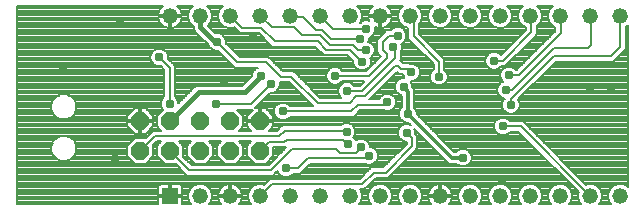
<source format=gbl>
G75*
G70*
%OFA0B0*%
%FSLAX24Y24*%
%IPPOS*%
%LPD*%
%AMOC8*
5,1,8,0,0,1.08239X$1,22.5*
%
%ADD10R,0.0520X0.0520*%
%ADD11C,0.0520*%
%ADD12OC8,0.0600*%
%ADD13C,0.0160*%
%ADD14C,0.0310*%
%ADD15C,0.0080*%
%ADD16C,0.0120*%
D10*
X006014Y001397D03*
D11*
X007014Y001397D03*
X008014Y001397D03*
X009014Y001397D03*
X010014Y001397D03*
X011014Y001397D03*
X012014Y001397D03*
X013014Y001397D03*
X014014Y001397D03*
X015014Y001397D03*
X016014Y001397D03*
X017014Y001397D03*
X018014Y001397D03*
X019014Y001397D03*
X020014Y001397D03*
X021014Y001397D03*
X021014Y007397D03*
X020014Y007397D03*
X019014Y007397D03*
X018014Y007397D03*
X017014Y007397D03*
X016014Y007397D03*
X015014Y007397D03*
X014014Y007397D03*
X013014Y007397D03*
X012014Y007397D03*
X011014Y007397D03*
X010014Y007397D03*
X009014Y007397D03*
X008014Y007397D03*
X007014Y007397D03*
X006014Y007397D03*
D12*
X006014Y003897D03*
X005014Y003897D03*
X007014Y003897D03*
X008014Y003897D03*
X009014Y003897D03*
X009014Y002897D03*
X008014Y002897D03*
X007014Y002897D03*
X006014Y002897D03*
X005014Y002897D03*
D13*
X006014Y003897D02*
X006974Y004857D01*
X008494Y004857D01*
X009034Y005397D01*
X007574Y006537D02*
X007494Y006537D01*
X007014Y007017D01*
X007014Y007397D01*
D14*
X008774Y006677D03*
X007574Y006537D03*
X005654Y006017D03*
X007814Y005237D03*
X009034Y005397D03*
X009374Y005117D03*
X007534Y004457D03*
X005994Y004477D03*
X002454Y005677D03*
X004334Y007237D03*
X011514Y005397D03*
X011914Y004897D03*
X013254Y004517D03*
X013934Y004137D03*
X013894Y003497D03*
X012374Y003017D03*
X011934Y003117D03*
X012654Y002737D03*
X011894Y003537D03*
X009774Y004217D03*
X009654Y002917D03*
X009874Y002317D03*
X004174Y002617D03*
X012414Y005877D03*
X012534Y006257D03*
X012334Y006637D03*
X012554Y006957D03*
X013594Y006737D03*
X013434Y006357D03*
X014054Y005517D03*
X014974Y005377D03*
X013794Y005037D03*
X016814Y005897D03*
X017314Y005417D03*
X017214Y004937D03*
X017374Y004437D03*
X017094Y003717D03*
X015774Y002677D03*
X017074Y001977D03*
X020014Y004997D03*
X020714Y004997D03*
D15*
X000894Y007727D02*
X000894Y001137D01*
X005614Y001137D01*
X005614Y001357D01*
X005974Y001357D01*
X005974Y001437D01*
X005974Y001797D01*
X005696Y001797D01*
X005614Y001715D01*
X005614Y001437D01*
X005974Y001437D01*
X006054Y001437D01*
X006054Y001797D01*
X006332Y001797D01*
X006414Y001715D01*
X006414Y001437D01*
X006054Y001437D01*
X006054Y001357D01*
X006414Y001357D01*
X006414Y001137D01*
X006708Y001137D01*
X006675Y001170D01*
X006614Y001317D01*
X006614Y001477D01*
X006675Y001624D01*
X006787Y001736D01*
X006934Y001797D01*
X007094Y001797D01*
X007241Y001736D01*
X007353Y001624D01*
X007414Y001477D01*
X007414Y001317D01*
X007353Y001170D01*
X007320Y001137D01*
X007708Y001137D01*
X007675Y001170D01*
X007614Y001317D01*
X007614Y001357D01*
X007974Y001357D01*
X007974Y001437D01*
X007974Y001797D01*
X007934Y001797D01*
X007787Y001736D01*
X007675Y001624D01*
X007614Y001477D01*
X007614Y001437D01*
X007974Y001437D01*
X008054Y001437D01*
X008054Y001797D01*
X008094Y001797D01*
X008241Y001736D01*
X008353Y001624D01*
X008414Y001477D01*
X008414Y001437D01*
X008054Y001437D01*
X008054Y001357D01*
X008414Y001357D01*
X008414Y001317D01*
X008353Y001170D01*
X008320Y001137D01*
X008708Y001137D01*
X008675Y001170D01*
X008614Y001317D01*
X008614Y001477D01*
X008675Y001624D01*
X008787Y001736D01*
X008934Y001797D01*
X009094Y001797D01*
X009140Y001778D01*
X009339Y001977D01*
X009489Y001977D01*
X012339Y001977D01*
X012719Y002357D01*
X012869Y002357D01*
X013119Y002357D01*
X013894Y003132D01*
X013894Y003202D01*
X013835Y003202D01*
X013727Y003247D01*
X013644Y003330D01*
X013599Y003438D01*
X013599Y003556D01*
X013644Y003664D01*
X013727Y003747D01*
X013835Y003792D01*
X013953Y003792D01*
X014027Y003761D01*
X013946Y003842D01*
X013875Y003842D01*
X013767Y003887D01*
X013684Y003970D01*
X013639Y004078D01*
X013639Y004196D01*
X012287Y004196D01*
X012349Y004257D02*
X012129Y004037D01*
X011979Y004037D01*
X010011Y004037D01*
X009941Y003967D01*
X009833Y003922D01*
X009715Y003922D01*
X009607Y003967D01*
X009524Y004050D01*
X009479Y004158D01*
X009479Y004276D01*
X009524Y004384D01*
X009607Y004467D01*
X009715Y004512D01*
X009833Y004512D01*
X009941Y004467D01*
X010011Y004397D01*
X010780Y004397D01*
X009979Y005197D01*
X009769Y005197D01*
X009660Y005197D01*
X009669Y005176D01*
X009669Y005058D01*
X009624Y004950D01*
X009541Y004867D01*
X009433Y004822D01*
X009334Y004822D01*
X008848Y004337D01*
X008974Y004337D01*
X008974Y003937D01*
X009054Y003937D01*
X009054Y004337D01*
X009196Y004337D01*
X009454Y004079D01*
X009454Y003937D01*
X009054Y003937D01*
X009054Y003857D01*
X009454Y003857D01*
X009454Y003715D01*
X009316Y003577D01*
X009579Y003577D01*
X009654Y003652D01*
X009759Y003757D01*
X011697Y003757D01*
X011727Y003787D01*
X011835Y003832D01*
X011953Y003832D01*
X012061Y003787D01*
X012144Y003704D01*
X012189Y003596D01*
X012189Y003478D01*
X012144Y003370D01*
X012121Y003347D01*
X012184Y003284D01*
X012196Y003256D01*
X012207Y003267D01*
X012315Y003312D01*
X012433Y003312D01*
X012541Y003267D01*
X012624Y003184D01*
X012669Y003076D01*
X012669Y003032D01*
X012713Y003032D01*
X012821Y002987D01*
X012904Y002904D01*
X012949Y002796D01*
X012949Y002678D01*
X012904Y002570D01*
X012821Y002487D01*
X012713Y002442D01*
X012595Y002442D01*
X012511Y002477D01*
X012499Y002477D01*
X010689Y002477D01*
X010349Y002137D01*
X010199Y002137D01*
X010111Y002137D01*
X010041Y002067D01*
X009933Y002022D01*
X009815Y002022D01*
X009707Y002067D01*
X009624Y002150D01*
X009594Y002222D01*
X009554Y002182D01*
X009449Y002077D01*
X006729Y002077D01*
X006579Y002077D01*
X006198Y002459D01*
X006196Y002457D01*
X005832Y002457D01*
X005574Y002715D01*
X005574Y003079D01*
X005712Y003217D01*
X005589Y003217D01*
X005452Y003081D01*
X005454Y003079D01*
X005454Y002715D01*
X005196Y002457D01*
X004832Y002457D01*
X004574Y002715D01*
X004574Y003079D01*
X004832Y003337D01*
X005196Y003337D01*
X005198Y003335D01*
X005439Y003577D01*
X005589Y003577D01*
X005712Y003577D01*
X005574Y003715D01*
X005574Y004079D01*
X005774Y004280D01*
X005744Y004310D01*
X005699Y004418D01*
X005699Y004536D01*
X005744Y004644D01*
X005814Y004714D01*
X005814Y005602D01*
X005694Y005722D01*
X005595Y005722D01*
X005487Y005767D01*
X005404Y005850D01*
X005359Y005958D01*
X005359Y006076D01*
X005404Y006184D01*
X005487Y006267D01*
X005595Y006312D01*
X005713Y006312D01*
X005821Y006267D01*
X005904Y006184D01*
X005949Y006076D01*
X005949Y005977D01*
X006174Y005752D01*
X006174Y005602D01*
X006174Y004714D01*
X006244Y004644D01*
X006289Y004536D01*
X006289Y004483D01*
X006754Y004948D01*
X006883Y005077D01*
X008403Y005077D01*
X008739Y005413D01*
X008739Y005456D01*
X008784Y005564D01*
X008867Y005647D01*
X008939Y005677D01*
X008329Y005677D01*
X008179Y005677D01*
X007614Y006242D01*
X007515Y006242D01*
X007407Y006287D01*
X007324Y006370D01*
X007306Y006414D01*
X006923Y006797D01*
X006794Y006926D01*
X006794Y007055D01*
X006787Y007058D01*
X006675Y007170D01*
X006614Y007317D01*
X006614Y007477D01*
X006675Y007624D01*
X006778Y007727D01*
X006250Y007727D01*
X006353Y007624D01*
X006414Y007477D01*
X006414Y007437D01*
X006054Y007437D01*
X006054Y007357D01*
X006414Y007357D01*
X006414Y007317D01*
X006353Y007170D01*
X006241Y007058D01*
X006094Y006997D01*
X006054Y006997D01*
X006054Y007357D01*
X005974Y007357D01*
X005974Y006997D01*
X005934Y006997D01*
X005787Y007058D01*
X005675Y007170D01*
X005614Y007317D01*
X005614Y007357D01*
X005974Y007357D01*
X005974Y007437D01*
X005614Y007437D01*
X005614Y007477D01*
X005675Y007624D01*
X005778Y007727D01*
X000894Y007727D01*
X000894Y007652D02*
X005703Y007652D01*
X005654Y007573D02*
X000894Y007573D01*
X000894Y007495D02*
X005622Y007495D01*
X005614Y007338D02*
X000894Y007338D01*
X000894Y007416D02*
X005974Y007416D01*
X005974Y007338D02*
X006054Y007338D01*
X006054Y007416D02*
X006614Y007416D01*
X006614Y007338D02*
X006414Y007338D01*
X006390Y007259D02*
X006638Y007259D01*
X006671Y007180D02*
X006357Y007180D01*
X006285Y007102D02*
X006743Y007102D01*
X006794Y007023D02*
X006157Y007023D01*
X006054Y007023D02*
X005974Y007023D01*
X005974Y007102D02*
X006054Y007102D01*
X006054Y007180D02*
X005974Y007180D01*
X005974Y007259D02*
X006054Y007259D01*
X005743Y007102D02*
X000894Y007102D01*
X000894Y007180D02*
X005671Y007180D01*
X005638Y007259D02*
X000894Y007259D01*
X000894Y007023D02*
X005871Y007023D01*
X006794Y006945D02*
X000894Y006945D01*
X000894Y006866D02*
X006854Y006866D01*
X006932Y006788D02*
X000894Y006788D01*
X000894Y006709D02*
X007011Y006709D01*
X007089Y006631D02*
X000894Y006631D01*
X000894Y006552D02*
X007168Y006552D01*
X007246Y006474D02*
X000894Y006474D01*
X000894Y006395D02*
X007314Y006395D01*
X007377Y006316D02*
X000894Y006316D01*
X000894Y006238D02*
X005458Y006238D01*
X005394Y006159D02*
X000894Y006159D01*
X000894Y006081D02*
X005361Y006081D01*
X005359Y006002D02*
X000894Y006002D01*
X000894Y005924D02*
X005373Y005924D01*
X005409Y005845D02*
X000894Y005845D01*
X000894Y005767D02*
X005487Y005767D01*
X005728Y005688D02*
X000894Y005688D01*
X000894Y005610D02*
X005807Y005610D01*
X005814Y005531D02*
X000894Y005531D01*
X000894Y005453D02*
X005814Y005453D01*
X005814Y005374D02*
X000894Y005374D01*
X000894Y005295D02*
X005814Y005295D01*
X005814Y005217D02*
X000894Y005217D01*
X000894Y005138D02*
X005814Y005138D01*
X005814Y005060D02*
X000894Y005060D01*
X000894Y004981D02*
X005814Y004981D01*
X005814Y004903D02*
X000894Y004903D01*
X000894Y004824D02*
X005814Y004824D01*
X005814Y004746D02*
X002647Y004746D01*
X002710Y004720D02*
X002557Y004783D01*
X002391Y004783D01*
X002238Y004720D01*
X002120Y004602D01*
X002057Y004449D01*
X002057Y004283D01*
X002120Y004130D01*
X002238Y004012D01*
X002391Y003949D01*
X002557Y003949D01*
X002710Y004012D01*
X002828Y004130D01*
X002891Y004283D01*
X002891Y004449D01*
X002828Y004602D01*
X002710Y004720D01*
X002763Y004667D02*
X005767Y004667D01*
X005721Y004589D02*
X002833Y004589D01*
X002866Y004510D02*
X005699Y004510D01*
X005699Y004431D02*
X002891Y004431D01*
X002891Y004353D02*
X005726Y004353D01*
X005769Y004274D02*
X005259Y004274D01*
X005196Y004337D02*
X005054Y004337D01*
X005054Y003937D01*
X005454Y003937D01*
X005454Y004079D01*
X005196Y004337D01*
X005054Y004274D02*
X004974Y004274D01*
X004974Y004337D02*
X004832Y004337D01*
X004574Y004079D01*
X004574Y003937D01*
X004974Y003937D01*
X004974Y004337D01*
X004769Y004274D02*
X002888Y004274D01*
X002855Y004196D02*
X004691Y004196D01*
X004612Y004117D02*
X002815Y004117D01*
X002737Y004039D02*
X004574Y004039D01*
X004574Y003960D02*
X002584Y003960D01*
X002364Y003960D02*
X000894Y003960D01*
X000894Y003882D02*
X004974Y003882D01*
X004974Y003857D02*
X004574Y003857D01*
X004574Y003715D01*
X004832Y003457D01*
X004974Y003457D01*
X004974Y003857D01*
X005054Y003857D01*
X005054Y003937D01*
X004974Y003937D01*
X004974Y003857D01*
X004974Y003803D02*
X005054Y003803D01*
X005054Y003857D02*
X005054Y003457D01*
X005196Y003457D01*
X005454Y003715D01*
X005454Y003857D01*
X005054Y003857D01*
X005054Y003882D02*
X005574Y003882D01*
X005574Y003960D02*
X005454Y003960D01*
X005454Y004039D02*
X005574Y004039D01*
X005612Y004117D02*
X005416Y004117D01*
X005337Y004196D02*
X005691Y004196D01*
X005054Y004196D02*
X004974Y004196D01*
X004974Y004117D02*
X005054Y004117D01*
X005054Y004039D02*
X004974Y004039D01*
X004974Y003960D02*
X005054Y003960D01*
X005454Y003803D02*
X005574Y003803D01*
X005574Y003725D02*
X005454Y003725D01*
X005385Y003646D02*
X005643Y003646D01*
X005430Y003567D02*
X005307Y003567D01*
X005351Y003489D02*
X005228Y003489D01*
X005273Y003410D02*
X000894Y003410D01*
X000894Y003332D02*
X002228Y003332D01*
X002238Y003342D02*
X002120Y003224D01*
X002057Y003071D01*
X002057Y002905D01*
X002120Y002752D01*
X002238Y002634D01*
X002391Y002571D01*
X002557Y002571D01*
X002710Y002634D01*
X002828Y002752D01*
X002891Y002905D01*
X002891Y003071D01*
X002828Y003224D01*
X002710Y003342D01*
X002557Y003405D01*
X002391Y003405D01*
X002238Y003342D01*
X002149Y003253D02*
X000894Y003253D01*
X000894Y003175D02*
X002100Y003175D01*
X002067Y003096D02*
X000894Y003096D01*
X000894Y003018D02*
X002057Y003018D01*
X002057Y002939D02*
X000894Y002939D01*
X000894Y002861D02*
X002075Y002861D01*
X002108Y002782D02*
X000894Y002782D01*
X000894Y002704D02*
X002169Y002704D01*
X002260Y002625D02*
X000894Y002625D01*
X000894Y002546D02*
X004742Y002546D01*
X004821Y002468D02*
X000894Y002468D01*
X000894Y002389D02*
X006267Y002389D01*
X006346Y002311D02*
X000894Y002311D01*
X000894Y002232D02*
X006424Y002232D01*
X006503Y002154D02*
X000894Y002154D01*
X000894Y002075D02*
X009699Y002075D01*
X009622Y002154D02*
X009525Y002154D01*
X009374Y002257D02*
X006654Y002257D01*
X006014Y002897D01*
X006316Y003217D02*
X006454Y003079D01*
X006454Y002715D01*
X006452Y002713D01*
X006729Y002437D01*
X009299Y002437D01*
X009880Y003017D01*
X009739Y003017D01*
X009454Y003017D01*
X009454Y002715D01*
X009196Y002457D01*
X008832Y002457D01*
X008574Y002715D01*
X008574Y003079D01*
X008712Y003217D01*
X008316Y003217D01*
X008454Y003079D01*
X008454Y002715D01*
X008196Y002457D01*
X007832Y002457D01*
X007574Y002715D01*
X007574Y003079D01*
X007712Y003217D01*
X007316Y003217D01*
X007454Y003079D01*
X007454Y002715D01*
X007196Y002457D01*
X006832Y002457D01*
X006574Y002715D01*
X006574Y003079D01*
X006712Y003217D01*
X006316Y003217D01*
X006358Y003175D02*
X006670Y003175D01*
X006591Y003096D02*
X006437Y003096D01*
X006454Y003018D02*
X006574Y003018D01*
X006574Y002939D02*
X006454Y002939D01*
X006454Y002861D02*
X006574Y002861D01*
X006574Y002782D02*
X006454Y002782D01*
X006462Y002704D02*
X006585Y002704D01*
X006541Y002625D02*
X006664Y002625D01*
X006619Y002546D02*
X006742Y002546D01*
X006698Y002468D02*
X006821Y002468D01*
X007207Y002468D02*
X007821Y002468D01*
X007742Y002546D02*
X007286Y002546D01*
X007364Y002625D02*
X007664Y002625D01*
X007585Y002704D02*
X007443Y002704D01*
X007454Y002782D02*
X007574Y002782D01*
X007574Y002861D02*
X007454Y002861D01*
X007454Y002939D02*
X007574Y002939D01*
X007574Y003018D02*
X007454Y003018D01*
X007437Y003096D02*
X007591Y003096D01*
X007670Y003175D02*
X007358Y003175D01*
X008358Y003175D02*
X008670Y003175D01*
X008591Y003096D02*
X008437Y003096D01*
X008454Y003018D02*
X008574Y003018D01*
X008574Y002939D02*
X008454Y002939D01*
X008454Y002861D02*
X008574Y002861D01*
X008574Y002782D02*
X008454Y002782D01*
X008443Y002704D02*
X008585Y002704D01*
X008664Y002625D02*
X008364Y002625D01*
X008286Y002546D02*
X008742Y002546D01*
X008821Y002468D02*
X008207Y002468D01*
X009014Y002897D02*
X009314Y003197D01*
X009814Y003197D01*
X009894Y003277D01*
X011774Y003277D01*
X011934Y003117D01*
X011674Y002837D02*
X011554Y002957D01*
X010074Y002957D01*
X009374Y002257D01*
X009874Y002317D02*
X010274Y002317D01*
X010614Y002657D01*
X012574Y002657D01*
X012654Y002737D01*
X012927Y002625D02*
X013387Y002625D01*
X013309Y002546D02*
X012881Y002546D01*
X012775Y002468D02*
X013230Y002468D01*
X013152Y002389D02*
X010601Y002389D01*
X010522Y002311D02*
X012673Y002311D01*
X012595Y002232D02*
X010444Y002232D01*
X010365Y002154D02*
X012516Y002154D01*
X012438Y002075D02*
X010049Y002075D01*
X009414Y001797D02*
X009014Y001397D01*
X008634Y001525D02*
X008394Y001525D01*
X008414Y001447D02*
X008614Y001447D01*
X008614Y001368D02*
X008054Y001368D01*
X008054Y001447D02*
X007974Y001447D01*
X007974Y001525D02*
X008054Y001525D01*
X008054Y001604D02*
X007974Y001604D01*
X007974Y001682D02*
X008054Y001682D01*
X008054Y001761D02*
X007974Y001761D01*
X007848Y001761D02*
X007180Y001761D01*
X007294Y001682D02*
X007734Y001682D01*
X007667Y001604D02*
X007361Y001604D01*
X007394Y001525D02*
X007634Y001525D01*
X007614Y001447D02*
X007414Y001447D01*
X007414Y001368D02*
X007974Y001368D01*
X007625Y001290D02*
X007402Y001290D01*
X007370Y001211D02*
X007658Y001211D01*
X008370Y001211D02*
X008658Y001211D01*
X008625Y001290D02*
X008402Y001290D01*
X008361Y001604D02*
X008667Y001604D01*
X008734Y001682D02*
X008294Y001682D01*
X008180Y001761D02*
X008848Y001761D01*
X009202Y001840D02*
X000894Y001840D01*
X000894Y001918D02*
X009281Y001918D01*
X009414Y001797D02*
X012414Y001797D01*
X012794Y002177D01*
X013194Y002177D01*
X014074Y003057D01*
X014074Y003317D01*
X013894Y003497D01*
X014189Y003489D02*
X014299Y003489D01*
X014235Y003410D02*
X014378Y003410D01*
X014456Y003332D02*
X014254Y003332D01*
X014254Y003392D02*
X014189Y003457D01*
X014189Y003556D01*
X014158Y003630D01*
X015311Y002477D01*
X015477Y002477D01*
X015557Y002477D01*
X015607Y002427D01*
X015715Y002382D01*
X015833Y002382D01*
X015941Y002427D01*
X016024Y002510D01*
X016069Y002618D01*
X016069Y002736D01*
X016024Y002844D01*
X015941Y002927D01*
X015833Y002972D01*
X015715Y002972D01*
X015607Y002927D01*
X015557Y002877D01*
X015477Y002877D01*
X014229Y004125D01*
X014229Y004196D01*
X017198Y004196D01*
X017207Y004187D02*
X017315Y004142D01*
X017433Y004142D01*
X017541Y004187D01*
X017624Y004270D01*
X017669Y004378D01*
X017669Y004496D01*
X017624Y004604D01*
X017610Y004618D01*
X018869Y005877D01*
X020639Y005877D01*
X020789Y005877D01*
X021089Y006177D01*
X021194Y006282D01*
X021194Y007039D01*
X021241Y007058D01*
X021266Y007084D01*
X021266Y001710D01*
X021241Y001736D01*
X021094Y001797D01*
X020934Y001797D01*
X020787Y001736D01*
X020675Y001624D01*
X020614Y001477D01*
X020614Y001317D01*
X020675Y001170D01*
X020708Y001137D01*
X020320Y001137D01*
X020353Y001170D01*
X020414Y001317D01*
X020414Y001477D01*
X020353Y001624D01*
X020241Y001736D01*
X020094Y001797D01*
X019934Y001797D01*
X019888Y001778D01*
X017769Y003897D01*
X017619Y003897D01*
X017331Y003897D01*
X017261Y003967D01*
X017153Y004012D01*
X017035Y004012D01*
X016927Y003967D01*
X016844Y003884D01*
X016799Y003776D01*
X016799Y003658D01*
X016844Y003550D01*
X016927Y003467D01*
X017035Y003422D01*
X017153Y003422D01*
X017261Y003467D01*
X017331Y003537D01*
X017619Y003537D01*
X019633Y001523D01*
X019614Y001477D01*
X019614Y001317D01*
X019675Y001170D01*
X019708Y001137D01*
X019320Y001137D01*
X019353Y001170D01*
X019414Y001317D01*
X019414Y001477D01*
X019353Y001624D01*
X019241Y001736D01*
X019094Y001797D01*
X018934Y001797D01*
X018787Y001736D01*
X018675Y001624D01*
X018614Y001477D01*
X018614Y001317D01*
X018675Y001170D01*
X018708Y001137D01*
X018320Y001137D01*
X018353Y001170D01*
X018414Y001317D01*
X018414Y001477D01*
X018353Y001624D01*
X018241Y001736D01*
X018094Y001797D01*
X017934Y001797D01*
X017787Y001736D01*
X017675Y001624D01*
X017614Y001477D01*
X017614Y001317D01*
X017675Y001170D01*
X017708Y001137D01*
X017320Y001137D01*
X017353Y001170D01*
X017414Y001317D01*
X017414Y001477D01*
X017353Y001624D01*
X017241Y001736D01*
X017094Y001797D01*
X016934Y001797D01*
X016787Y001736D01*
X016675Y001624D01*
X016614Y001477D01*
X016614Y001317D01*
X016675Y001170D01*
X016708Y001137D01*
X016320Y001137D01*
X016353Y001170D01*
X016414Y001317D01*
X016414Y001477D01*
X016353Y001624D01*
X016241Y001736D01*
X016094Y001797D01*
X015934Y001797D01*
X015787Y001736D01*
X015675Y001624D01*
X015614Y001477D01*
X015614Y001317D01*
X015675Y001170D01*
X015708Y001137D01*
X015320Y001137D01*
X015353Y001170D01*
X015414Y001317D01*
X015414Y001357D01*
X015054Y001357D01*
X015054Y001437D01*
X014974Y001437D01*
X014974Y001797D01*
X014934Y001797D01*
X014787Y001736D01*
X014675Y001624D01*
X014614Y001477D01*
X014614Y001437D01*
X014974Y001437D01*
X014974Y001357D01*
X014614Y001357D01*
X014614Y001317D01*
X014675Y001170D01*
X014708Y001137D01*
X014320Y001137D01*
X014353Y001170D01*
X014414Y001317D01*
X014414Y001477D01*
X014353Y001624D01*
X014241Y001736D01*
X014094Y001797D01*
X013934Y001797D01*
X013787Y001736D01*
X013675Y001624D01*
X013614Y001477D01*
X013614Y001317D01*
X013675Y001170D01*
X013708Y001137D01*
X013320Y001137D01*
X013353Y001170D01*
X013414Y001317D01*
X013414Y001477D01*
X013353Y001624D01*
X013241Y001736D01*
X013094Y001797D01*
X012934Y001797D01*
X012787Y001736D01*
X012675Y001624D01*
X012614Y001477D01*
X012614Y001317D01*
X012675Y001170D01*
X012708Y001137D01*
X012320Y001137D01*
X012353Y001170D01*
X012414Y001317D01*
X012414Y001477D01*
X012356Y001617D01*
X012489Y001617D01*
X012594Y001722D01*
X012869Y001997D01*
X013119Y001997D01*
X013269Y001997D01*
X014149Y002877D01*
X014254Y002982D01*
X014254Y003242D01*
X014254Y003392D01*
X014254Y003253D02*
X014535Y003253D01*
X014613Y003175D02*
X014254Y003175D01*
X014254Y003096D02*
X014692Y003096D01*
X014770Y003018D02*
X014254Y003018D01*
X014211Y002939D02*
X014849Y002939D01*
X014928Y002861D02*
X014132Y002861D01*
X014054Y002782D02*
X015006Y002782D01*
X015085Y002704D02*
X013975Y002704D01*
X013896Y002625D02*
X015163Y002625D01*
X015242Y002546D02*
X013818Y002546D01*
X013739Y002468D02*
X015566Y002468D01*
X015698Y002389D02*
X013661Y002389D01*
X013582Y002311D02*
X018846Y002311D01*
X018924Y002232D02*
X013504Y002232D01*
X013425Y002154D02*
X019003Y002154D01*
X019081Y002075D02*
X013347Y002075D01*
X012868Y001997D02*
X019160Y001997D01*
X019238Y001918D02*
X012790Y001918D01*
X012711Y001840D02*
X019317Y001840D01*
X019395Y001761D02*
X019180Y001761D01*
X019294Y001682D02*
X019474Y001682D01*
X019553Y001604D02*
X019361Y001604D01*
X019394Y001525D02*
X019631Y001525D01*
X019614Y001447D02*
X019414Y001447D01*
X019414Y001368D02*
X019614Y001368D01*
X019625Y001290D02*
X019402Y001290D01*
X019370Y001211D02*
X019658Y001211D01*
X020014Y001397D02*
X017694Y003717D01*
X017094Y003717D01*
X016799Y003725D02*
X014629Y003725D01*
X014551Y003803D02*
X016810Y003803D01*
X016843Y003882D02*
X014472Y003882D01*
X014394Y003960D02*
X016920Y003960D01*
X017268Y003960D02*
X021266Y003960D01*
X021266Y003882D02*
X017784Y003882D01*
X017862Y003803D02*
X021266Y003803D01*
X021266Y003725D02*
X017941Y003725D01*
X018019Y003646D02*
X021266Y003646D01*
X021266Y003567D02*
X018098Y003567D01*
X018177Y003489D02*
X021266Y003489D01*
X021266Y003410D02*
X018255Y003410D01*
X018334Y003332D02*
X021266Y003332D01*
X021266Y003253D02*
X018412Y003253D01*
X018491Y003175D02*
X021266Y003175D01*
X021266Y003096D02*
X018569Y003096D01*
X018648Y003018D02*
X021266Y003018D01*
X021266Y002939D02*
X018726Y002939D01*
X018805Y002861D02*
X021266Y002861D01*
X021266Y002782D02*
X018883Y002782D01*
X018962Y002704D02*
X021266Y002704D01*
X021266Y002625D02*
X019041Y002625D01*
X019119Y002546D02*
X021266Y002546D01*
X021266Y002468D02*
X019198Y002468D01*
X019276Y002389D02*
X021266Y002389D01*
X021266Y002311D02*
X019355Y002311D01*
X019433Y002232D02*
X021266Y002232D01*
X021266Y002154D02*
X019512Y002154D01*
X019590Y002075D02*
X021266Y002075D01*
X021266Y001997D02*
X019669Y001997D01*
X019747Y001918D02*
X021266Y001918D01*
X021266Y001840D02*
X019826Y001840D01*
X020180Y001761D02*
X020848Y001761D01*
X020734Y001682D02*
X020294Y001682D01*
X020361Y001604D02*
X020667Y001604D01*
X020634Y001525D02*
X020394Y001525D01*
X020414Y001447D02*
X020614Y001447D01*
X020614Y001368D02*
X020414Y001368D01*
X020402Y001290D02*
X020625Y001290D01*
X020658Y001211D02*
X020370Y001211D01*
X021180Y001761D02*
X021266Y001761D01*
X018848Y001761D02*
X018180Y001761D01*
X018294Y001682D02*
X018734Y001682D01*
X018667Y001604D02*
X018361Y001604D01*
X018394Y001525D02*
X018634Y001525D01*
X018614Y001447D02*
X018414Y001447D01*
X018414Y001368D02*
X018614Y001368D01*
X018625Y001290D02*
X018402Y001290D01*
X018370Y001211D02*
X018658Y001211D01*
X017658Y001211D02*
X017370Y001211D01*
X017402Y001290D02*
X017625Y001290D01*
X017614Y001368D02*
X017414Y001368D01*
X017414Y001447D02*
X017614Y001447D01*
X017634Y001525D02*
X017394Y001525D01*
X017361Y001604D02*
X017667Y001604D01*
X017734Y001682D02*
X017294Y001682D01*
X017180Y001761D02*
X017848Y001761D01*
X016848Y001761D02*
X016180Y001761D01*
X016294Y001682D02*
X016734Y001682D01*
X016667Y001604D02*
X016361Y001604D01*
X016394Y001525D02*
X016634Y001525D01*
X016614Y001447D02*
X016414Y001447D01*
X016414Y001368D02*
X016614Y001368D01*
X016625Y001290D02*
X016402Y001290D01*
X016370Y001211D02*
X016658Y001211D01*
X015658Y001211D02*
X015370Y001211D01*
X015402Y001290D02*
X015625Y001290D01*
X015614Y001368D02*
X015054Y001368D01*
X015054Y001437D02*
X015414Y001437D01*
X015414Y001477D01*
X015353Y001624D01*
X015241Y001736D01*
X015094Y001797D01*
X015054Y001797D01*
X015054Y001437D01*
X015054Y001447D02*
X014974Y001447D01*
X014974Y001525D02*
X015054Y001525D01*
X015054Y001604D02*
X014974Y001604D01*
X014974Y001682D02*
X015054Y001682D01*
X015054Y001761D02*
X014974Y001761D01*
X014848Y001761D02*
X014180Y001761D01*
X014294Y001682D02*
X014734Y001682D01*
X014667Y001604D02*
X014361Y001604D01*
X014394Y001525D02*
X014634Y001525D01*
X014614Y001447D02*
X014414Y001447D01*
X014414Y001368D02*
X014974Y001368D01*
X014658Y001211D02*
X014370Y001211D01*
X014402Y001290D02*
X014625Y001290D01*
X015361Y001604D02*
X015667Y001604D01*
X015634Y001525D02*
X015394Y001525D01*
X015414Y001447D02*
X015614Y001447D01*
X015734Y001682D02*
X015294Y001682D01*
X015180Y001761D02*
X015848Y001761D01*
X015850Y002389D02*
X018767Y002389D01*
X018689Y002468D02*
X015982Y002468D01*
X016039Y002546D02*
X018610Y002546D01*
X018531Y002625D02*
X016069Y002625D01*
X016069Y002704D02*
X018453Y002704D01*
X018374Y002782D02*
X016050Y002782D01*
X016008Y002861D02*
X018296Y002861D01*
X018217Y002939D02*
X015912Y002939D01*
X015636Y002939D02*
X015415Y002939D01*
X015336Y003018D02*
X018139Y003018D01*
X018060Y003096D02*
X015258Y003096D01*
X015179Y003175D02*
X017982Y003175D01*
X017903Y003253D02*
X015101Y003253D01*
X015022Y003332D02*
X017825Y003332D01*
X017746Y003410D02*
X014943Y003410D01*
X014865Y003489D02*
X016905Y003489D01*
X016837Y003567D02*
X014786Y003567D01*
X014708Y003646D02*
X016804Y003646D01*
X017283Y003489D02*
X017668Y003489D01*
X017550Y004196D02*
X021266Y004196D01*
X021266Y004274D02*
X017626Y004274D01*
X017658Y004353D02*
X021266Y004353D01*
X021266Y004431D02*
X017669Y004431D01*
X017663Y004510D02*
X021266Y004510D01*
X021266Y004589D02*
X017631Y004589D01*
X017659Y004667D02*
X021266Y004667D01*
X021266Y004746D02*
X017737Y004746D01*
X017816Y004824D02*
X021266Y004824D01*
X021266Y004903D02*
X017894Y004903D01*
X017973Y004981D02*
X021266Y004981D01*
X021266Y005060D02*
X018051Y005060D01*
X018130Y005138D02*
X021266Y005138D01*
X021266Y005217D02*
X018208Y005217D01*
X018287Y005295D02*
X021266Y005295D01*
X021266Y005374D02*
X018365Y005374D01*
X018444Y005453D02*
X021266Y005453D01*
X021266Y005531D02*
X018523Y005531D01*
X018601Y005610D02*
X021266Y005610D01*
X021266Y005688D02*
X018680Y005688D01*
X018758Y005767D02*
X021266Y005767D01*
X021266Y005845D02*
X018837Y005845D01*
X018794Y006057D02*
X020714Y006057D01*
X021014Y006357D01*
X021014Y007397D01*
X021194Y007023D02*
X021266Y007023D01*
X021266Y006945D02*
X021194Y006945D01*
X021194Y006866D02*
X021266Y006866D01*
X021266Y006788D02*
X021194Y006788D01*
X021194Y006709D02*
X021266Y006709D01*
X021266Y006631D02*
X021194Y006631D01*
X021194Y006552D02*
X021266Y006552D01*
X021266Y006474D02*
X021194Y006474D01*
X021194Y006395D02*
X021266Y006395D01*
X021266Y006316D02*
X021194Y006316D01*
X021149Y006238D02*
X021266Y006238D01*
X021266Y006159D02*
X021071Y006159D01*
X020992Y006081D02*
X021266Y006081D01*
X021266Y006002D02*
X020914Y006002D01*
X020835Y005924D02*
X021266Y005924D01*
X020034Y006437D02*
X020034Y007377D01*
X020014Y007397D01*
X019034Y007377D02*
X019014Y007397D01*
X019034Y007377D02*
X019034Y006817D01*
X017634Y005417D01*
X017314Y005417D01*
X017103Y005210D02*
X017064Y005250D01*
X017019Y005358D01*
X017019Y005476D01*
X017064Y005584D01*
X017147Y005667D01*
X017255Y005712D01*
X017373Y005712D01*
X017481Y005667D01*
X017551Y005597D01*
X017559Y005597D01*
X018854Y006892D01*
X018854Y007030D01*
X018787Y007058D01*
X018675Y007170D01*
X018614Y007317D01*
X018614Y007477D01*
X018675Y007624D01*
X018778Y007727D01*
X018250Y007727D01*
X018353Y007624D01*
X018414Y007477D01*
X018414Y007317D01*
X018353Y007170D01*
X018241Y007058D01*
X018234Y007055D01*
X018234Y006782D01*
X018129Y006677D01*
X017169Y005717D01*
X017051Y005717D01*
X016981Y005647D01*
X016873Y005602D01*
X016755Y005602D01*
X016647Y005647D01*
X016564Y005730D01*
X016519Y005838D01*
X016519Y005956D01*
X016564Y006064D01*
X016647Y006147D01*
X016755Y006192D01*
X016873Y006192D01*
X016981Y006147D01*
X017035Y006093D01*
X017874Y006932D01*
X017874Y007022D01*
X017787Y007058D01*
X017675Y007170D01*
X017614Y007317D01*
X017614Y007477D01*
X017675Y007624D01*
X017778Y007727D01*
X017250Y007727D01*
X017353Y007624D01*
X017414Y007477D01*
X017414Y007317D01*
X017353Y007170D01*
X017241Y007058D01*
X017094Y006997D01*
X016934Y006997D01*
X016787Y007058D01*
X016675Y007170D01*
X016614Y007317D01*
X016614Y007477D01*
X016675Y007624D01*
X016778Y007727D01*
X016250Y007727D01*
X016353Y007624D01*
X016414Y007477D01*
X016414Y007317D01*
X016353Y007170D01*
X016241Y007058D01*
X016094Y006997D01*
X015934Y006997D01*
X015787Y007058D01*
X015675Y007170D01*
X015614Y007317D01*
X015614Y007477D01*
X015675Y007624D01*
X015778Y007727D01*
X015250Y007727D01*
X015353Y007624D01*
X015414Y007477D01*
X015414Y007317D01*
X015353Y007170D01*
X015241Y007058D01*
X015094Y006997D01*
X014934Y006997D01*
X014787Y007058D01*
X014675Y007170D01*
X014614Y007317D01*
X014614Y007477D01*
X014675Y007624D01*
X014778Y007727D01*
X014250Y007727D01*
X014353Y007624D01*
X014414Y007477D01*
X014414Y007317D01*
X014353Y007170D01*
X014314Y007131D01*
X014314Y006792D01*
X015154Y005952D01*
X015154Y005802D01*
X015154Y005614D01*
X015224Y005544D01*
X015269Y005436D01*
X015269Y005318D01*
X015224Y005210D01*
X015141Y005127D01*
X015033Y005082D01*
X014915Y005082D01*
X014807Y005127D01*
X014724Y005210D01*
X014679Y005318D01*
X014679Y005436D01*
X014724Y005544D01*
X014794Y005614D01*
X014794Y005802D01*
X014059Y006537D01*
X013954Y006642D01*
X013954Y006997D01*
X013934Y006997D01*
X013787Y007058D01*
X013675Y007170D01*
X013614Y007317D01*
X013614Y007477D01*
X013675Y007624D01*
X013778Y007727D01*
X013250Y007727D01*
X013353Y007624D01*
X013414Y007477D01*
X013414Y007437D01*
X013054Y007437D01*
X013054Y007357D01*
X013414Y007357D01*
X013414Y007317D01*
X013353Y007170D01*
X013241Y007058D01*
X013094Y006997D01*
X013054Y006997D01*
X013054Y007357D01*
X012974Y007357D01*
X012974Y006997D01*
X012934Y006997D01*
X012841Y007036D01*
X012849Y007016D01*
X012849Y006898D01*
X012804Y006790D01*
X012721Y006707D01*
X012629Y006669D01*
X012629Y006578D01*
X012614Y006543D01*
X012701Y006507D01*
X012784Y006424D01*
X012829Y006316D01*
X012829Y006198D01*
X012784Y006090D01*
X012701Y006007D01*
X012683Y005999D01*
X012709Y005936D01*
X012709Y005818D01*
X012664Y005710D01*
X012581Y005627D01*
X012473Y005582D01*
X012355Y005582D01*
X012247Y005627D01*
X012164Y005710D01*
X012119Y005818D01*
X012119Y005897D01*
X011919Y006097D01*
X011289Y006097D01*
X011139Y006097D01*
X010859Y006377D01*
X009569Y006377D01*
X009419Y006377D01*
X008979Y006817D01*
X008489Y006817D01*
X008339Y006817D01*
X008140Y007016D01*
X008094Y006997D01*
X007934Y006997D01*
X007787Y007058D01*
X007675Y007170D01*
X007614Y007317D01*
X007614Y007477D01*
X007675Y007624D01*
X007778Y007727D01*
X007250Y007727D01*
X007353Y007624D01*
X007414Y007477D01*
X007414Y007317D01*
X007353Y007170D01*
X007262Y007080D01*
X007512Y006830D01*
X007515Y006832D01*
X007633Y006832D01*
X007741Y006787D01*
X007824Y006704D01*
X007869Y006596D01*
X007869Y006497D01*
X008329Y006037D01*
X009289Y006037D01*
X009394Y005932D01*
X009769Y005557D01*
X010129Y005557D01*
X010234Y005452D01*
X010234Y005451D01*
X011009Y004677D01*
X011717Y004677D01*
X011664Y004730D01*
X011619Y004838D01*
X011619Y004956D01*
X011664Y005064D01*
X011747Y005147D01*
X011855Y005192D01*
X011973Y005192D01*
X012081Y005147D01*
X012151Y005077D01*
X012339Y005077D01*
X012469Y005207D01*
X012480Y005217D01*
X011751Y005217D01*
X012479Y005217D01*
X012401Y005138D02*
X012090Y005138D01*
X011751Y005217D02*
X011681Y005147D01*
X011573Y005102D01*
X011455Y005102D01*
X011347Y005147D01*
X011264Y005230D01*
X011219Y005338D01*
X011219Y005456D01*
X011264Y005564D01*
X011347Y005647D01*
X011455Y005692D01*
X011573Y005692D01*
X011681Y005647D01*
X011751Y005577D01*
X012559Y005577D01*
X013039Y006057D01*
X013019Y006077D01*
X012914Y006182D01*
X012914Y006462D01*
X012914Y006612D01*
X013114Y006812D01*
X013219Y006917D01*
X013357Y006917D01*
X013427Y006987D01*
X013535Y007032D01*
X013653Y007032D01*
X013761Y006987D01*
X013844Y006904D01*
X013889Y006796D01*
X013889Y006678D01*
X013844Y006570D01*
X013761Y006487D01*
X013708Y006465D01*
X013729Y006416D01*
X013729Y006298D01*
X013694Y006214D01*
X013694Y006202D01*
X013694Y005922D01*
X013688Y005917D01*
X013689Y005917D01*
X013789Y005817D01*
X013859Y005817D01*
X014009Y005817D01*
X014014Y005812D01*
X014113Y005812D01*
X014221Y005767D01*
X014304Y005684D01*
X014349Y005576D01*
X014349Y005458D01*
X014304Y005350D01*
X014221Y005267D01*
X014113Y005222D01*
X014026Y005222D01*
X014044Y005204D01*
X014089Y005096D01*
X014089Y005025D01*
X014154Y004960D01*
X014154Y004794D01*
X014154Y004334D01*
X014184Y004304D01*
X014229Y004196D01*
X014237Y004117D02*
X021266Y004117D01*
X021266Y004039D02*
X014315Y004039D01*
X014196Y004274D02*
X017122Y004274D01*
X017124Y004270D02*
X017207Y004187D01*
X017124Y004270D02*
X017079Y004378D01*
X017079Y004496D01*
X017124Y004604D01*
X017162Y004642D01*
X017155Y004642D01*
X017047Y004687D01*
X016964Y004770D01*
X016919Y004878D01*
X016919Y004996D01*
X016964Y005104D01*
X017047Y005187D01*
X017103Y005210D01*
X017097Y005217D02*
X015227Y005217D01*
X015259Y005295D02*
X017045Y005295D01*
X017019Y005374D02*
X015269Y005374D01*
X015262Y005453D02*
X017019Y005453D01*
X017042Y005531D02*
X015229Y005531D01*
X015159Y005610D02*
X016737Y005610D01*
X016606Y005688D02*
X015154Y005688D01*
X015154Y005767D02*
X016549Y005767D01*
X016519Y005845D02*
X015154Y005845D01*
X015154Y005924D02*
X016519Y005924D01*
X016538Y006002D02*
X015103Y006002D01*
X015025Y006081D02*
X016581Y006081D01*
X016677Y006159D02*
X014946Y006159D01*
X014868Y006238D02*
X017180Y006238D01*
X017102Y006159D02*
X016951Y006159D01*
X017259Y006316D02*
X014789Y006316D01*
X014710Y006395D02*
X017338Y006395D01*
X017416Y006474D02*
X014632Y006474D01*
X014553Y006552D02*
X017495Y006552D01*
X017573Y006631D02*
X014475Y006631D01*
X014396Y006709D02*
X017652Y006709D01*
X017730Y006788D02*
X014318Y006788D01*
X014314Y006866D02*
X017809Y006866D01*
X017874Y006945D02*
X014314Y006945D01*
X014314Y007023D02*
X014871Y007023D01*
X014743Y007102D02*
X014314Y007102D01*
X014357Y007180D02*
X014671Y007180D01*
X014638Y007259D02*
X014390Y007259D01*
X014414Y007338D02*
X014614Y007338D01*
X014614Y007416D02*
X014414Y007416D01*
X014406Y007495D02*
X014622Y007495D01*
X014654Y007573D02*
X014374Y007573D01*
X014325Y007652D02*
X014703Y007652D01*
X015325Y007652D02*
X015703Y007652D01*
X015654Y007573D02*
X015374Y007573D01*
X015406Y007495D02*
X015622Y007495D01*
X015614Y007416D02*
X015414Y007416D01*
X015414Y007338D02*
X015614Y007338D01*
X015638Y007259D02*
X015390Y007259D01*
X015357Y007180D02*
X015671Y007180D01*
X015743Y007102D02*
X015285Y007102D01*
X015157Y007023D02*
X015871Y007023D01*
X016157Y007023D02*
X016871Y007023D01*
X016743Y007102D02*
X016285Y007102D01*
X016357Y007180D02*
X016671Y007180D01*
X016638Y007259D02*
X016390Y007259D01*
X016414Y007338D02*
X016614Y007338D01*
X016614Y007416D02*
X016414Y007416D01*
X016406Y007495D02*
X016622Y007495D01*
X016654Y007573D02*
X016374Y007573D01*
X016325Y007652D02*
X016703Y007652D01*
X017325Y007652D02*
X017703Y007652D01*
X017654Y007573D02*
X017374Y007573D01*
X017406Y007495D02*
X017622Y007495D01*
X017614Y007416D02*
X017414Y007416D01*
X017414Y007338D02*
X017614Y007338D01*
X017638Y007259D02*
X017390Y007259D01*
X017357Y007180D02*
X017671Y007180D01*
X017743Y007102D02*
X017285Y007102D01*
X017157Y007023D02*
X017871Y007023D01*
X018054Y006857D02*
X018054Y007357D01*
X018014Y007397D01*
X018406Y007495D02*
X018622Y007495D01*
X018614Y007416D02*
X018414Y007416D01*
X018414Y007338D02*
X018614Y007338D01*
X018638Y007259D02*
X018390Y007259D01*
X018357Y007180D02*
X018671Y007180D01*
X018743Y007102D02*
X018285Y007102D01*
X018234Y007023D02*
X018854Y007023D01*
X018854Y006945D02*
X018234Y006945D01*
X018234Y006866D02*
X018829Y006866D01*
X018750Y006788D02*
X018234Y006788D01*
X018161Y006709D02*
X018672Y006709D01*
X018593Y006631D02*
X018082Y006631D01*
X018004Y006552D02*
X018515Y006552D01*
X018436Y006474D02*
X017925Y006474D01*
X017847Y006395D02*
X018358Y006395D01*
X018279Y006316D02*
X017768Y006316D01*
X017689Y006238D02*
X018200Y006238D01*
X018122Y006159D02*
X017611Y006159D01*
X017532Y006081D02*
X018043Y006081D01*
X017965Y006002D02*
X017454Y006002D01*
X017375Y005924D02*
X017886Y005924D01*
X017808Y005845D02*
X017297Y005845D01*
X017218Y005767D02*
X017729Y005767D01*
X017651Y005688D02*
X017430Y005688D01*
X017539Y005610D02*
X017572Y005610D01*
X017198Y005688D02*
X017022Y005688D01*
X017089Y005610D02*
X016891Y005610D01*
X016814Y005897D02*
X017094Y005897D01*
X018054Y006857D01*
X018794Y006337D02*
X019934Y006337D01*
X020034Y006437D01*
X018794Y006337D02*
X017394Y004937D01*
X017214Y004937D01*
X016941Y004824D02*
X014154Y004824D01*
X014154Y004746D02*
X016988Y004746D01*
X017095Y004667D02*
X014154Y004667D01*
X014154Y004589D02*
X017118Y004589D01*
X017085Y004510D02*
X014154Y004510D01*
X014154Y004431D02*
X017079Y004431D01*
X017090Y004353D02*
X014154Y004353D01*
X013754Y004374D02*
X013684Y004304D01*
X013639Y004196D01*
X013639Y004117D02*
X012209Y004117D01*
X012130Y004039D02*
X013655Y004039D01*
X013694Y003960D02*
X009925Y003960D01*
X009623Y003960D02*
X009454Y003960D01*
X009454Y004039D02*
X009535Y004039D01*
X009496Y004117D02*
X009416Y004117D01*
X009479Y004196D02*
X009337Y004196D01*
X009259Y004274D02*
X009479Y004274D01*
X009511Y004353D02*
X008864Y004353D01*
X008943Y004431D02*
X009571Y004431D01*
X009711Y004510D02*
X009021Y004510D01*
X009100Y004589D02*
X010588Y004589D01*
X010509Y004667D02*
X009179Y004667D01*
X009257Y004746D02*
X010431Y004746D01*
X010352Y004824D02*
X009438Y004824D01*
X009577Y004903D02*
X010274Y004903D01*
X010195Y004981D02*
X009637Y004981D01*
X009669Y005060D02*
X010117Y005060D01*
X010038Y005138D02*
X009669Y005138D01*
X009374Y005117D02*
X008714Y004457D01*
X007534Y004457D01*
X008256Y004277D02*
X008639Y004277D01*
X008772Y004277D01*
X008574Y004079D01*
X008574Y003937D01*
X008974Y003937D01*
X008974Y003857D01*
X008574Y003857D01*
X008574Y003715D01*
X008712Y003577D01*
X008316Y003577D01*
X008454Y003715D01*
X008454Y004079D01*
X008256Y004277D01*
X008259Y004274D02*
X008769Y004274D01*
X008691Y004196D02*
X008337Y004196D01*
X008416Y004117D02*
X008612Y004117D01*
X008574Y004039D02*
X008454Y004039D01*
X008454Y003960D02*
X008574Y003960D01*
X008454Y003882D02*
X008974Y003882D01*
X008974Y003960D02*
X009054Y003960D01*
X009054Y003882D02*
X013780Y003882D01*
X013985Y003803D02*
X012022Y003803D01*
X012124Y003725D02*
X013704Y003725D01*
X013636Y003646D02*
X012168Y003646D01*
X012189Y003567D02*
X013604Y003567D01*
X013599Y003489D02*
X012189Y003489D01*
X012161Y003410D02*
X013611Y003410D01*
X013643Y003332D02*
X012136Y003332D01*
X012555Y003253D02*
X013721Y003253D01*
X013894Y003175D02*
X012628Y003175D01*
X012660Y003096D02*
X013859Y003096D01*
X013780Y003018D02*
X012747Y003018D01*
X012869Y002939D02*
X013702Y002939D01*
X013623Y002861D02*
X012922Y002861D01*
X012949Y002782D02*
X013545Y002782D01*
X013466Y002704D02*
X012949Y002704D01*
X012533Y002468D02*
X010679Y002468D01*
X011674Y002837D02*
X012194Y002837D01*
X012374Y003017D01*
X011894Y003537D02*
X011854Y003577D01*
X009834Y003577D01*
X009654Y003397D01*
X005514Y003397D01*
X005014Y002897D01*
X005454Y002861D02*
X005574Y002861D01*
X005574Y002939D02*
X005454Y002939D01*
X005454Y003018D02*
X005574Y003018D01*
X005591Y003096D02*
X005468Y003096D01*
X005546Y003175D02*
X005670Y003175D01*
X005054Y003489D02*
X004974Y003489D01*
X004974Y003567D02*
X005054Y003567D01*
X005054Y003646D02*
X004974Y003646D01*
X004974Y003725D02*
X005054Y003725D01*
X004721Y003567D02*
X000894Y003567D01*
X000894Y003489D02*
X004800Y003489D01*
X004827Y003332D02*
X002720Y003332D01*
X002799Y003253D02*
X004748Y003253D01*
X004670Y003175D02*
X002848Y003175D01*
X002881Y003096D02*
X004591Y003096D01*
X004574Y003018D02*
X002891Y003018D01*
X002891Y002939D02*
X004574Y002939D01*
X004574Y002861D02*
X002873Y002861D01*
X002840Y002782D02*
X004574Y002782D01*
X004585Y002704D02*
X002779Y002704D01*
X002688Y002625D02*
X004664Y002625D01*
X005207Y002468D02*
X005821Y002468D01*
X005742Y002546D02*
X005286Y002546D01*
X005364Y002625D02*
X005664Y002625D01*
X005585Y002704D02*
X005443Y002704D01*
X005454Y002782D02*
X005574Y002782D01*
X004643Y003646D02*
X000894Y003646D01*
X000894Y003725D02*
X004574Y003725D01*
X004574Y003803D02*
X000894Y003803D01*
X000894Y004039D02*
X002211Y004039D01*
X002133Y004117D02*
X000894Y004117D01*
X000894Y004196D02*
X002093Y004196D01*
X002060Y004274D02*
X000894Y004274D01*
X000894Y004353D02*
X002057Y004353D01*
X002057Y004431D02*
X000894Y004431D01*
X000894Y004510D02*
X002082Y004510D01*
X002115Y004589D02*
X000894Y004589D01*
X000894Y004667D02*
X002185Y004667D01*
X002301Y004746D02*
X000894Y004746D01*
X005654Y006017D02*
X005994Y005677D01*
X005994Y004477D01*
X006267Y004589D02*
X006394Y004589D01*
X006473Y004667D02*
X006221Y004667D01*
X006174Y004746D02*
X006552Y004746D01*
X006630Y004824D02*
X006174Y004824D01*
X006174Y004903D02*
X006709Y004903D01*
X006787Y004981D02*
X006174Y004981D01*
X006174Y005060D02*
X006866Y005060D01*
X006174Y005138D02*
X008464Y005138D01*
X008543Y005217D02*
X006174Y005217D01*
X006174Y005295D02*
X008621Y005295D01*
X008700Y005374D02*
X006174Y005374D01*
X006174Y005453D02*
X008739Y005453D01*
X008770Y005531D02*
X006174Y005531D01*
X006174Y005610D02*
X008829Y005610D01*
X009214Y005857D02*
X008254Y005857D01*
X007574Y006537D01*
X007869Y006552D02*
X009244Y006552D01*
X009166Y006631D02*
X007854Y006631D01*
X007819Y006709D02*
X009087Y006709D01*
X009009Y006788D02*
X007739Y006788D01*
X007476Y006866D02*
X008290Y006866D01*
X008212Y006945D02*
X007397Y006945D01*
X007319Y007023D02*
X007871Y007023D01*
X007743Y007102D02*
X007285Y007102D01*
X007357Y007180D02*
X007671Y007180D01*
X007638Y007259D02*
X007390Y007259D01*
X007414Y007338D02*
X007614Y007338D01*
X007614Y007416D02*
X007414Y007416D01*
X007406Y007495D02*
X007622Y007495D01*
X007654Y007573D02*
X007374Y007573D01*
X007325Y007652D02*
X007703Y007652D01*
X008014Y007397D02*
X008414Y006997D01*
X009054Y006997D01*
X009494Y006557D01*
X010934Y006557D01*
X011214Y006277D01*
X011994Y006277D01*
X012314Y005957D01*
X012414Y005877D01*
X012709Y005845D02*
X012828Y005845D01*
X012749Y005767D02*
X012688Y005767D01*
X012671Y005688D02*
X012642Y005688D01*
X012592Y005610D02*
X012539Y005610D01*
X012289Y005610D02*
X011719Y005610D01*
X011582Y005688D02*
X012186Y005688D01*
X012140Y005767D02*
X009559Y005767D01*
X009480Y005845D02*
X012119Y005845D01*
X012093Y005924D02*
X009402Y005924D01*
X009323Y006002D02*
X012014Y006002D01*
X011936Y006081D02*
X008285Y006081D01*
X008206Y006159D02*
X011077Y006159D01*
X010999Y006238D02*
X008128Y006238D01*
X008049Y006316D02*
X010920Y006316D01*
X011334Y006437D02*
X011014Y006757D01*
X010394Y006757D01*
X010134Y007017D01*
X009394Y007017D01*
X009014Y007397D01*
X010014Y007397D02*
X010034Y007377D01*
X010434Y007377D01*
X010874Y006937D01*
X011074Y006937D01*
X011374Y006637D01*
X012334Y006637D01*
X012629Y006631D02*
X012933Y006631D01*
X012914Y006552D02*
X012618Y006552D01*
X012735Y006474D02*
X012914Y006474D01*
X012914Y006395D02*
X012796Y006395D01*
X012829Y006316D02*
X012914Y006316D01*
X012914Y006238D02*
X012829Y006238D01*
X012813Y006159D02*
X012937Y006159D01*
X013016Y006081D02*
X012775Y006081D01*
X012690Y006002D02*
X012985Y006002D01*
X012906Y005924D02*
X012709Y005924D01*
X013094Y006257D02*
X013234Y006117D01*
X013234Y005997D01*
X012634Y005397D01*
X011514Y005397D01*
X011237Y005295D02*
X010390Y005295D01*
X010469Y005217D02*
X011277Y005217D01*
X011368Y005138D02*
X010547Y005138D01*
X010626Y005060D02*
X011662Y005060D01*
X011660Y005138D02*
X011738Y005138D01*
X011630Y004981D02*
X010704Y004981D01*
X010783Y004903D02*
X011619Y004903D01*
X011625Y004824D02*
X010861Y004824D01*
X010940Y004746D02*
X011657Y004746D01*
X011914Y004897D02*
X012414Y004897D01*
X012544Y005027D01*
X013514Y005997D01*
X013514Y006277D01*
X013434Y006357D01*
X013704Y006238D02*
X014359Y006238D01*
X014437Y006159D02*
X013694Y006159D01*
X013694Y006081D02*
X014516Y006081D01*
X014594Y006002D02*
X013694Y006002D01*
X013694Y005924D02*
X014673Y005924D01*
X014751Y005845D02*
X013760Y005845D01*
X013614Y005737D02*
X013714Y005637D01*
X013934Y005637D01*
X014054Y005517D01*
X013761Y005453D02*
X013484Y005453D01*
X013563Y005531D02*
X013565Y005531D01*
X013564Y005532D02*
X013639Y005457D01*
X013760Y005457D01*
X013804Y005350D01*
X013822Y005332D01*
X013735Y005332D01*
X013627Y005287D01*
X013544Y005204D01*
X013499Y005096D01*
X013499Y004978D01*
X013544Y004870D01*
X013627Y004787D01*
X013735Y004742D01*
X013754Y004742D01*
X013754Y004374D01*
X013733Y004353D02*
X013505Y004353D01*
X013504Y004350D02*
X013549Y004458D01*
X013549Y004576D01*
X013504Y004684D01*
X013421Y004767D01*
X013313Y004812D01*
X013195Y004812D01*
X013087Y004767D01*
X013004Y004684D01*
X012976Y004617D01*
X012648Y004617D01*
X012674Y004642D01*
X013564Y005532D01*
X013514Y005737D02*
X013614Y005737D01*
X013514Y005737D02*
X012494Y004717D01*
X012214Y004717D01*
X011994Y004497D01*
X010934Y004497D01*
X010054Y005377D01*
X009694Y005377D01*
X009214Y005857D01*
X009637Y005688D02*
X011446Y005688D01*
X011309Y005610D02*
X009716Y005610D01*
X010154Y005531D02*
X011250Y005531D01*
X011219Y005453D02*
X010233Y005453D01*
X010312Y005374D02*
X011219Y005374D01*
X012474Y004957D02*
X012544Y005027D01*
X012856Y004824D02*
X013590Y004824D01*
X013530Y004903D02*
X012934Y004903D01*
X013013Y004981D02*
X013499Y004981D01*
X013499Y005060D02*
X013091Y005060D01*
X013170Y005138D02*
X013517Y005138D01*
X013557Y005217D02*
X013248Y005217D01*
X013327Y005295D02*
X013647Y005295D01*
X013794Y005374D02*
X013406Y005374D01*
X014031Y005217D02*
X014721Y005217D01*
X014688Y005295D02*
X014250Y005295D01*
X014314Y005374D02*
X014679Y005374D01*
X014686Y005453D02*
X014347Y005453D01*
X014349Y005531D02*
X014719Y005531D01*
X014789Y005610D02*
X014335Y005610D01*
X014300Y005688D02*
X014794Y005688D01*
X014794Y005767D02*
X014221Y005767D01*
X014974Y005877D02*
X014974Y005377D01*
X014795Y005138D02*
X014071Y005138D01*
X014089Y005060D02*
X016946Y005060D01*
X016919Y004981D02*
X014133Y004981D01*
X014154Y004903D02*
X016919Y004903D01*
X016998Y005138D02*
X015153Y005138D01*
X013754Y004667D02*
X013511Y004667D01*
X013544Y004589D02*
X013754Y004589D01*
X013754Y004510D02*
X013549Y004510D01*
X013538Y004431D02*
X013754Y004431D01*
X013504Y004350D02*
X013421Y004267D01*
X013313Y004222D01*
X013195Y004222D01*
X013111Y004257D01*
X013099Y004257D01*
X012349Y004257D01*
X012274Y004437D02*
X013174Y004437D01*
X013254Y004517D01*
X012997Y004667D02*
X012699Y004667D01*
X012777Y004746D02*
X013065Y004746D01*
X013443Y004746D02*
X013727Y004746D01*
X013672Y004274D02*
X013429Y004274D01*
X012274Y004437D02*
X012054Y004217D01*
X009774Y004217D01*
X009977Y004431D02*
X010745Y004431D01*
X010666Y004510D02*
X009837Y004510D01*
X009054Y004274D02*
X008974Y004274D01*
X008974Y004196D02*
X009054Y004196D01*
X009054Y004117D02*
X008974Y004117D01*
X008974Y004039D02*
X009054Y004039D01*
X009454Y003803D02*
X011766Y003803D01*
X009727Y003725D02*
X009454Y003725D01*
X009385Y003646D02*
X009649Y003646D01*
X008643Y003646D02*
X008385Y003646D01*
X008454Y003725D02*
X008574Y003725D01*
X008574Y003803D02*
X008454Y003803D01*
X009454Y002939D02*
X009802Y002939D01*
X009723Y002861D02*
X009454Y002861D01*
X009454Y002782D02*
X009645Y002782D01*
X009566Y002704D02*
X009443Y002704D01*
X009487Y002625D02*
X009364Y002625D01*
X009409Y002546D02*
X009286Y002546D01*
X009330Y002468D02*
X009207Y002468D01*
X006848Y001761D02*
X006368Y001761D01*
X006414Y001682D02*
X006734Y001682D01*
X006667Y001604D02*
X006414Y001604D01*
X006414Y001525D02*
X006634Y001525D01*
X006614Y001447D02*
X006414Y001447D01*
X006614Y001368D02*
X006054Y001368D01*
X006054Y001447D02*
X005974Y001447D01*
X005974Y001525D02*
X006054Y001525D01*
X006054Y001604D02*
X005974Y001604D01*
X005974Y001682D02*
X006054Y001682D01*
X006054Y001761D02*
X005974Y001761D01*
X005660Y001761D02*
X000894Y001761D01*
X000894Y001682D02*
X005614Y001682D01*
X005614Y001604D02*
X000894Y001604D01*
X000894Y001525D02*
X005614Y001525D01*
X005614Y001447D02*
X000894Y001447D01*
X000894Y001368D02*
X005974Y001368D01*
X005614Y001290D02*
X000894Y001290D01*
X000894Y001211D02*
X005614Y001211D01*
X006414Y001211D02*
X006658Y001211D01*
X006625Y001290D02*
X006414Y001290D01*
X000894Y001997D02*
X012359Y001997D01*
X012633Y001761D02*
X012848Y001761D01*
X012734Y001682D02*
X012554Y001682D01*
X012667Y001604D02*
X012361Y001604D01*
X012394Y001525D02*
X012634Y001525D01*
X012614Y001447D02*
X012414Y001447D01*
X012414Y001368D02*
X012614Y001368D01*
X012625Y001290D02*
X012402Y001290D01*
X012370Y001211D02*
X012658Y001211D01*
X013370Y001211D02*
X013658Y001211D01*
X013625Y001290D02*
X013402Y001290D01*
X013414Y001368D02*
X013614Y001368D01*
X013614Y001447D02*
X013414Y001447D01*
X013394Y001525D02*
X013634Y001525D01*
X013667Y001604D02*
X013361Y001604D01*
X013294Y001682D02*
X013734Y001682D01*
X013848Y001761D02*
X013180Y001761D01*
X014184Y003567D02*
X014221Y003567D01*
X017374Y004437D02*
X017374Y004637D01*
X018794Y006057D01*
X018654Y007573D02*
X018374Y007573D01*
X018325Y007652D02*
X018703Y007652D01*
X014974Y005877D02*
X014134Y006717D01*
X014134Y007277D01*
X014014Y007397D01*
X013638Y007259D02*
X013390Y007259D01*
X013414Y007338D02*
X013614Y007338D01*
X013614Y007416D02*
X013054Y007416D01*
X013054Y007338D02*
X012974Y007338D01*
X012974Y007357D02*
X012614Y007357D01*
X012614Y007317D01*
X012647Y007238D01*
X012613Y007252D01*
X012495Y007252D01*
X012387Y007207D01*
X012355Y007175D01*
X012414Y007317D01*
X012414Y007477D01*
X012353Y007624D01*
X012250Y007727D01*
X012778Y007727D01*
X012675Y007624D01*
X012614Y007477D01*
X012614Y007437D01*
X012974Y007437D01*
X012974Y007357D01*
X012974Y007416D02*
X012414Y007416D01*
X012414Y007338D02*
X012614Y007338D01*
X012638Y007259D02*
X012390Y007259D01*
X012360Y007180D02*
X012357Y007180D01*
X012846Y007023D02*
X012871Y007023D01*
X012849Y006945D02*
X013385Y006945D01*
X013515Y007023D02*
X013157Y007023D01*
X013054Y007023D02*
X012974Y007023D01*
X012974Y007102D02*
X013054Y007102D01*
X013054Y007180D02*
X012974Y007180D01*
X012974Y007259D02*
X013054Y007259D01*
X013285Y007102D02*
X013743Y007102D01*
X013673Y007023D02*
X013871Y007023D01*
X013803Y006945D02*
X013954Y006945D01*
X013954Y006866D02*
X013860Y006866D01*
X013889Y006788D02*
X013954Y006788D01*
X013954Y006709D02*
X013889Y006709D01*
X013869Y006631D02*
X013966Y006631D01*
X014044Y006552D02*
X013826Y006552D01*
X013729Y006474D02*
X014123Y006474D01*
X014201Y006395D02*
X013729Y006395D01*
X013729Y006316D02*
X014280Y006316D01*
X013594Y006737D02*
X013294Y006737D01*
X013094Y006537D01*
X013094Y006257D01*
X012534Y006257D02*
X012274Y006257D01*
X012094Y006437D01*
X011334Y006437D01*
X011454Y006957D02*
X011014Y007397D01*
X011454Y006957D02*
X012554Y006957D01*
X012836Y006866D02*
X013169Y006866D01*
X013090Y006788D02*
X012802Y006788D01*
X012723Y006709D02*
X013012Y006709D01*
X013357Y007180D02*
X013671Y007180D01*
X013622Y007495D02*
X013406Y007495D01*
X013374Y007573D02*
X013654Y007573D01*
X013703Y007652D02*
X013325Y007652D01*
X012703Y007652D02*
X012325Y007652D01*
X012374Y007573D02*
X012654Y007573D01*
X012622Y007495D02*
X012406Y007495D01*
X009401Y006395D02*
X007970Y006395D01*
X007892Y006474D02*
X009323Y006474D01*
X007933Y005924D02*
X006002Y005924D01*
X005949Y006002D02*
X007854Y006002D01*
X007776Y006081D02*
X005947Y006081D01*
X005914Y006159D02*
X007697Y006159D01*
X007619Y006238D02*
X005850Y006238D01*
X006080Y005845D02*
X008011Y005845D01*
X008090Y005767D02*
X006159Y005767D01*
X006174Y005688D02*
X008168Y005688D01*
X006316Y004510D02*
X006289Y004510D01*
X006406Y007495D02*
X006622Y007495D01*
X006654Y007573D02*
X006374Y007573D01*
X006325Y007652D02*
X006703Y007652D01*
D16*
X013794Y005037D02*
X013954Y004877D01*
X013954Y004117D01*
X015394Y002677D01*
X015774Y002677D01*
X013954Y004117D02*
X013934Y004137D01*
M02*

</source>
